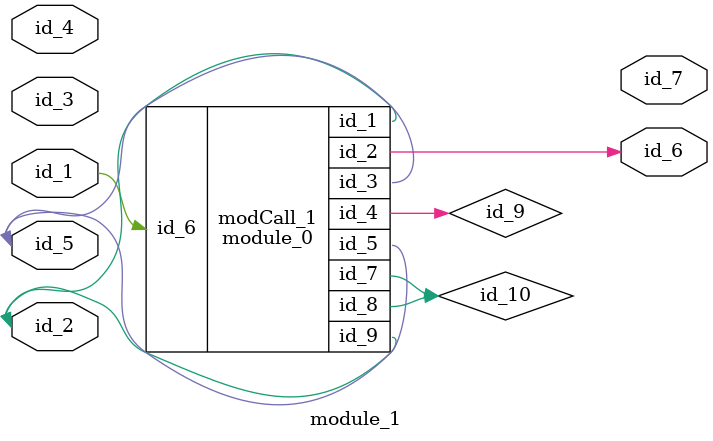
<source format=v>
module module_0 (
    id_1,
    id_2,
    id_3,
    id_4,
    id_5,
    id_6,
    id_7,
    id_8,
    id_9
);
  output wire id_9;
  output wire id_8;
  inout wire id_7;
  input wire id_6;
  inout wire id_5;
  inout wire id_4;
  inout wire id_3;
  output wire id_2;
  inout wire id_1;
  wire id_10;
  wire id_11;
endmodule
module module_1 (
    id_1,
    id_2,
    id_3,
    id_4,
    id_5,
    id_6,
    id_7
);
  output wire id_7;
  output wire id_6;
  inout wire id_5;
  input wire id_4;
  inout wire id_3;
  inout wire id_2;
  inout wire id_1;
  wire id_8;
  wire id_9;
  wire id_10;
  module_0 modCall_1 (
      id_2,
      id_6,
      id_5,
      id_9,
      id_5,
      id_1,
      id_10,
      id_10,
      id_2
  );
endmodule

</source>
